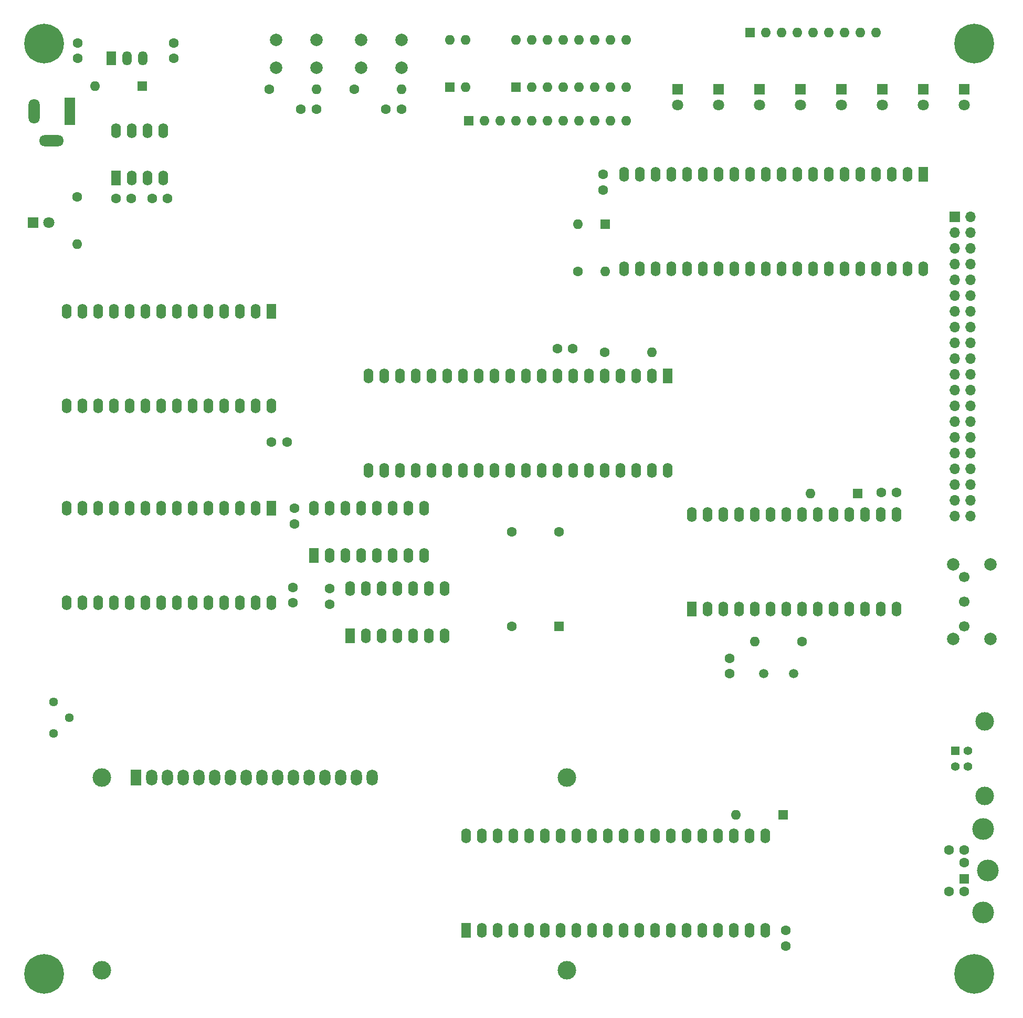
<source format=gbr>
G04 #@! TF.GenerationSoftware,KiCad,Pcbnew,(5.1.4)-1*
G04 #@! TF.CreationDate,2019-10-18T22:13:44+02:00*
G04 #@! TF.ProjectId,Retro PC,52657472-6f20-4504-932e-6b696361645f,1.0*
G04 #@! TF.SameCoordinates,Original*
G04 #@! TF.FileFunction,Soldermask,Bot*
G04 #@! TF.FilePolarity,Negative*
%FSLAX46Y46*%
G04 Gerber Fmt 4.6, Leading zero omitted, Abs format (unit mm)*
G04 Created by KiCad (PCBNEW (5.1.4)-1) date 2019-10-18 22:13:44*
%MOMM*%
%LPD*%
G04 APERTURE LIST*
%ADD10C,2.000000*%
%ADD11C,1.700000*%
%ADD12C,3.000000*%
%ADD13O,1.800000X2.600000*%
%ADD14R,1.800000X2.600000*%
%ADD15C,1.440000*%
%ADD16C,3.500000*%
%ADD17C,1.600000*%
%ADD18R,1.600000X1.600000*%
%ADD19C,1.400000*%
%ADD20R,1.400000X1.400000*%
%ADD21R,1.800000X4.400000*%
%ADD22O,1.800000X4.000000*%
%ADD23O,4.000000X1.800000*%
%ADD24O,1.600000X2.400000*%
%ADD25R,1.600000X2.400000*%
%ADD26C,0.800000*%
%ADD27C,6.400000*%
%ADD28O,1.700000X1.700000*%
%ADD29R,1.700000X1.700000*%
%ADD30O,1.600000X1.600000*%
%ADD31C,1.800000*%
%ADD32R,1.800000X1.800000*%
%ADD33C,1.500000*%
%ADD34O,1.500000X2.300000*%
%ADD35R,1.500000X2.300000*%
G04 APERTURE END LIST*
D10*
X289715000Y-152292000D03*
X289715000Y-140292000D03*
X295715000Y-140292000D03*
X295715000Y-152292000D03*
D11*
X291465000Y-150292000D03*
X291465000Y-146292000D03*
X291465000Y-142292000D03*
D12*
X227361000Y-174676000D03*
X227360480Y-205676700D03*
X152361900Y-205676700D03*
X152361900Y-174676000D03*
D13*
X195961000Y-174676000D03*
X193421000Y-174676000D03*
X190881000Y-174676000D03*
X188341000Y-174676000D03*
X185801000Y-174676000D03*
X183261000Y-174676000D03*
X180721000Y-174676000D03*
X178181000Y-174676000D03*
X175641000Y-174676000D03*
X173101000Y-174676000D03*
X170561000Y-174676000D03*
X168021000Y-174676000D03*
X165481000Y-174676000D03*
X162941000Y-174676000D03*
X160401000Y-174676000D03*
D14*
X157861000Y-174676000D03*
D15*
X144526000Y-162484000D03*
X147066000Y-165024000D03*
X144526000Y-167564000D03*
D16*
X295275000Y-189662000D03*
D17*
X288975000Y-186312000D03*
X288975000Y-193012000D03*
X291465000Y-186312000D03*
X291465000Y-193012000D03*
X291465000Y-188362000D03*
D18*
X291465000Y-190962000D03*
D16*
X294465000Y-182902000D03*
X294465000Y-196422000D03*
D19*
X290042600Y-172832600D03*
D12*
X294752600Y-177602600D03*
D20*
X290042600Y-170332600D03*
D19*
X292042600Y-172832600D03*
X292042600Y-170332600D03*
D12*
X294752600Y-165562600D03*
D21*
X147218400Y-67157800D03*
D22*
X141418400Y-67157800D03*
D23*
X144218400Y-71957800D03*
D24*
X179705000Y-114732000D03*
X146685000Y-99492000D03*
X177165000Y-114732000D03*
X149225000Y-99492000D03*
X174625000Y-114732000D03*
X151765000Y-99492000D03*
X172085000Y-114732000D03*
X154305000Y-99492000D03*
X169545000Y-114732000D03*
X156845000Y-99492000D03*
X167005000Y-114732000D03*
X159385000Y-99492000D03*
X164465000Y-114732000D03*
X161925000Y-99492000D03*
X161925000Y-114732000D03*
X164465000Y-99492000D03*
X159385000Y-114732000D03*
X167005000Y-99492000D03*
X156845000Y-114732000D03*
X169545000Y-99492000D03*
X154305000Y-114732000D03*
X172085000Y-99492000D03*
X151765000Y-114732000D03*
X174625000Y-99492000D03*
X149225000Y-114732000D03*
X177165000Y-99492000D03*
X146685000Y-114732000D03*
D25*
X179705000Y-99492000D03*
D24*
X179705000Y-146482000D03*
X146685000Y-131242000D03*
X177165000Y-146482000D03*
X149225000Y-131242000D03*
X174625000Y-146482000D03*
X151765000Y-131242000D03*
X172085000Y-146482000D03*
X154305000Y-131242000D03*
X169545000Y-146482000D03*
X156845000Y-131242000D03*
X167005000Y-146482000D03*
X159385000Y-131242000D03*
X164465000Y-146482000D03*
X161925000Y-131242000D03*
X161925000Y-146482000D03*
X164465000Y-131242000D03*
X159385000Y-146482000D03*
X167005000Y-131242000D03*
X156845000Y-146482000D03*
X169545000Y-131242000D03*
X154305000Y-146482000D03*
X172085000Y-131242000D03*
X151765000Y-146482000D03*
X174625000Y-131242000D03*
X149225000Y-146482000D03*
X177165000Y-131242000D03*
X146685000Y-146482000D03*
D25*
X179705000Y-131242000D03*
D24*
X186563000Y-131242000D03*
X204343000Y-138862000D03*
X189103000Y-131242000D03*
X201803000Y-138862000D03*
X191643000Y-131242000D03*
X199263000Y-138862000D03*
X194183000Y-131242000D03*
X196723000Y-138862000D03*
X196723000Y-131242000D03*
X194183000Y-138862000D03*
X199263000Y-131242000D03*
X191643000Y-138862000D03*
X201803000Y-131242000D03*
X189103000Y-138862000D03*
X204343000Y-131242000D03*
D25*
X186563000Y-138862000D03*
D26*
X294746056Y-54610944D03*
X293049000Y-53908000D03*
X291351944Y-54610944D03*
X290649000Y-56308000D03*
X291351944Y-58005056D03*
X293049000Y-58708000D03*
X294746056Y-58005056D03*
X295449000Y-56308000D03*
D27*
X293049000Y-56308000D03*
D28*
X292481000Y-132512000D03*
X289941000Y-132512000D03*
X292481000Y-129972000D03*
X289941000Y-129972000D03*
X292481000Y-127432000D03*
X289941000Y-127432000D03*
X292481000Y-124892000D03*
X289941000Y-124892000D03*
X292481000Y-122352000D03*
X289941000Y-122352000D03*
X292481000Y-119812000D03*
X289941000Y-119812000D03*
X292481000Y-117272000D03*
X289941000Y-117272000D03*
X292481000Y-114732000D03*
X289941000Y-114732000D03*
X292481000Y-112192000D03*
X289941000Y-112192000D03*
X292481000Y-109652000D03*
X289941000Y-109652000D03*
X292481000Y-107112000D03*
X289941000Y-107112000D03*
X292481000Y-104572000D03*
X289941000Y-104572000D03*
X292481000Y-102032000D03*
X289941000Y-102032000D03*
X292481000Y-99492000D03*
X289941000Y-99492000D03*
X292481000Y-96952000D03*
X289941000Y-96952000D03*
X292481000Y-94412000D03*
X289941000Y-94412000D03*
X292481000Y-91872000D03*
X289941000Y-91872000D03*
X292481000Y-89332000D03*
X289941000Y-89332000D03*
X292481000Y-86792000D03*
X289941000Y-86792000D03*
X292481000Y-84252000D03*
D29*
X289941000Y-84252000D03*
D24*
X243580000Y-125082500D03*
X195320000Y-109842500D03*
X241040000Y-125082500D03*
X197860000Y-109842500D03*
X238500000Y-125082500D03*
X200400000Y-109842500D03*
X235960000Y-125082500D03*
X202940000Y-109842500D03*
X233420000Y-125082500D03*
X205480000Y-109842500D03*
X230880000Y-125082500D03*
X208020000Y-109842500D03*
X228340000Y-125082500D03*
X210560000Y-109842500D03*
X225800000Y-125082500D03*
X213100000Y-109842500D03*
X223260000Y-125082500D03*
X215640000Y-109842500D03*
X220720000Y-125082500D03*
X218180000Y-109842500D03*
X218180000Y-125082500D03*
X220720000Y-109842500D03*
X215640000Y-125082500D03*
X223260000Y-109842500D03*
X213100000Y-125082500D03*
X225800000Y-109842500D03*
X210560000Y-125082500D03*
X228340000Y-109842500D03*
X208020000Y-125082500D03*
X230880000Y-109842500D03*
X205480000Y-125082500D03*
X233420000Y-109842500D03*
X202940000Y-125082500D03*
X235960000Y-109842500D03*
X200400000Y-125082500D03*
X238500000Y-109842500D03*
X197860000Y-125082500D03*
X241040000Y-109842500D03*
X195320000Y-125082500D03*
D25*
X243580000Y-109842500D03*
D24*
X211074000Y-184074000D03*
X259334000Y-199314000D03*
X213614000Y-184074000D03*
X256794000Y-199314000D03*
X216154000Y-184074000D03*
X254254000Y-199314000D03*
X218694000Y-184074000D03*
X251714000Y-199314000D03*
X221234000Y-184074000D03*
X249174000Y-199314000D03*
X223774000Y-184074000D03*
X246634000Y-199314000D03*
X226314000Y-184074000D03*
X244094000Y-199314000D03*
X228854000Y-184074000D03*
X241554000Y-199314000D03*
X231394000Y-184074000D03*
X239014000Y-199314000D03*
X233934000Y-184074000D03*
X236474000Y-199314000D03*
X236474000Y-184074000D03*
X233934000Y-199314000D03*
X239014000Y-184074000D03*
X231394000Y-199314000D03*
X241554000Y-184074000D03*
X228854000Y-199314000D03*
X244094000Y-184074000D03*
X226314000Y-199314000D03*
X246634000Y-184074000D03*
X223774000Y-199314000D03*
X249174000Y-184074000D03*
X221234000Y-199314000D03*
X251714000Y-184074000D03*
X218694000Y-199314000D03*
X254254000Y-184074000D03*
X216154000Y-199314000D03*
X256794000Y-184074000D03*
X213614000Y-199314000D03*
X259334000Y-184074000D03*
D25*
X211074000Y-199314000D03*
D17*
X262636000Y-201814000D03*
X262636000Y-199314000D03*
X198172700Y-66853000D03*
X200672700Y-66853000D03*
X157109600Y-81267500D03*
X154609600Y-81267500D03*
X162951600Y-81267500D03*
X160451600Y-81267500D03*
X184444000Y-66853000D03*
X186944000Y-66853000D03*
X163957000Y-56174000D03*
X163957000Y-58674000D03*
X253619000Y-155412000D03*
X253619000Y-157912000D03*
X233222800Y-79894000D03*
X233222800Y-77394000D03*
X278043000Y-128702000D03*
X280543000Y-128702000D03*
X183159400Y-143982000D03*
X183159400Y-146482000D03*
X182205000Y-120574000D03*
X179705000Y-120574000D03*
X183413400Y-133742000D03*
X183413400Y-131242000D03*
X228306000Y-105461000D03*
X225806000Y-105461000D03*
X189103000Y-146696000D03*
X189103000Y-144196000D03*
D26*
X294746056Y-204610944D03*
X293049000Y-203908000D03*
X291351944Y-204610944D03*
X290649000Y-206308000D03*
X291351944Y-208005056D03*
X293049000Y-208708000D03*
X294746056Y-208005056D03*
X295449000Y-206308000D03*
D27*
X293049000Y-206308000D03*
D26*
X144746056Y-54610944D03*
X143049000Y-53908000D03*
X141351944Y-54610944D03*
X140649000Y-56308000D03*
X141351944Y-58005056D03*
X143049000Y-58708000D03*
X144746056Y-58005056D03*
X145449000Y-56308000D03*
D27*
X143049000Y-56308000D03*
D26*
X144746056Y-204610944D03*
X143049000Y-203908000D03*
X141351944Y-204610944D03*
X140649000Y-206308000D03*
X141351944Y-208005056D03*
X143049000Y-208708000D03*
X144746056Y-208005056D03*
X145449000Y-206308000D03*
D27*
X143049000Y-206308000D03*
D10*
X200660000Y-55684000D03*
X200660000Y-60184000D03*
X194160000Y-55684000D03*
X194160000Y-60184000D03*
D30*
X200660000Y-63678000D03*
D17*
X193040000Y-63678000D03*
D30*
X148361400Y-88620800D03*
D17*
X148361400Y-81000800D03*
D31*
X143789400Y-85166400D03*
D32*
X141249400Y-85166400D03*
D24*
X192405000Y-144196000D03*
X207645000Y-151816000D03*
X194945000Y-144196000D03*
X205105000Y-151816000D03*
X197485000Y-144196000D03*
X202565000Y-151816000D03*
X200025000Y-144196000D03*
X200025000Y-151816000D03*
X202565000Y-144196000D03*
X197485000Y-151816000D03*
X205105000Y-144196000D03*
X194945000Y-151816000D03*
X207645000Y-144196000D03*
D25*
X192405000Y-151816000D03*
D24*
X284861000Y-92634000D03*
X236601000Y-77394000D03*
X282321000Y-92634000D03*
X239141000Y-77394000D03*
X279781000Y-92634000D03*
X241681000Y-77394000D03*
X277241000Y-92634000D03*
X244221000Y-77394000D03*
X274701000Y-92634000D03*
X246761000Y-77394000D03*
X272161000Y-92634000D03*
X249301000Y-77394000D03*
X269621000Y-92634000D03*
X251841000Y-77394000D03*
X267081000Y-92634000D03*
X254381000Y-77394000D03*
X264541000Y-92634000D03*
X256921000Y-77394000D03*
X262001000Y-92634000D03*
X259461000Y-77394000D03*
X259461000Y-92634000D03*
X262001000Y-77394000D03*
X256921000Y-92634000D03*
X264541000Y-77394000D03*
X254381000Y-92634000D03*
X267081000Y-77394000D03*
X251841000Y-92634000D03*
X269621000Y-77394000D03*
X249301000Y-92634000D03*
X272161000Y-77394000D03*
X246761000Y-92634000D03*
X274701000Y-77394000D03*
X244221000Y-92634000D03*
X277241000Y-77394000D03*
X241681000Y-92634000D03*
X279781000Y-77394000D03*
X239141000Y-92634000D03*
X282321000Y-77394000D03*
X236601000Y-92634000D03*
D25*
X284861000Y-77394000D03*
D24*
X247523000Y-132258000D03*
X280543000Y-147498000D03*
X250063000Y-132258000D03*
X278003000Y-147498000D03*
X252603000Y-132258000D03*
X275463000Y-147498000D03*
X255143000Y-132258000D03*
X272923000Y-147498000D03*
X257683000Y-132258000D03*
X270383000Y-147498000D03*
X260223000Y-132258000D03*
X267843000Y-147498000D03*
X262763000Y-132258000D03*
X265303000Y-147498000D03*
X265303000Y-132258000D03*
X262763000Y-147498000D03*
X267843000Y-132258000D03*
X260223000Y-147498000D03*
X270383000Y-132258000D03*
X257683000Y-147498000D03*
X272923000Y-132258000D03*
X255143000Y-147498000D03*
X275463000Y-132258000D03*
X252603000Y-147498000D03*
X278003000Y-132258000D03*
X250063000Y-147498000D03*
X280543000Y-132258000D03*
D25*
X247523000Y-147498000D03*
D30*
X257683000Y-152672220D03*
D17*
X265303000Y-152672220D03*
D33*
X263960000Y-157912000D03*
X259080000Y-157912000D03*
D30*
X236928000Y-68758000D03*
X234388000Y-68758000D03*
X231848000Y-68758000D03*
X229308000Y-68758000D03*
X226768000Y-68758000D03*
X224228000Y-68758000D03*
X221688000Y-68758000D03*
X219148000Y-68758000D03*
X216608000Y-68758000D03*
X214068000Y-68758000D03*
D18*
X211528000Y-68758000D03*
D31*
X258445000Y-66218000D03*
D32*
X258445000Y-63678000D03*
D31*
X245237000Y-66218000D03*
D32*
X245237000Y-63678000D03*
D31*
X284861000Y-66218000D03*
D32*
X284861000Y-63678000D03*
D31*
X278257000Y-66218000D03*
D32*
X278257000Y-63678000D03*
D31*
X271653000Y-66218000D03*
D32*
X271653000Y-63678000D03*
D31*
X251841000Y-66218000D03*
D32*
X251841000Y-63678000D03*
D31*
X265049000Y-66218000D03*
D32*
X265049000Y-63678000D03*
D31*
X291465000Y-66218000D03*
D32*
X291465000Y-63678000D03*
D30*
X219151000Y-55664000D03*
X236931000Y-63284000D03*
X221691000Y-55664000D03*
X234391000Y-63284000D03*
X224231000Y-55664000D03*
X231851000Y-63284000D03*
X226771000Y-55664000D03*
X229311000Y-63284000D03*
X229311000Y-55664000D03*
X226771000Y-63284000D03*
X231851000Y-55664000D03*
X224231000Y-63284000D03*
X234391000Y-55664000D03*
X221691000Y-63284000D03*
X236931000Y-55664000D03*
D18*
X219151000Y-63284000D03*
D17*
X226060000Y-135052000D03*
X218440000Y-135052000D03*
X218440000Y-150292000D03*
D18*
X226060000Y-150292000D03*
D10*
X186944000Y-55684000D03*
X186944000Y-60184000D03*
X180444000Y-55684000D03*
X180444000Y-60184000D03*
D30*
X151257000Y-63119000D03*
D18*
X158877000Y-63119000D03*
D34*
X158940500Y-58648600D03*
X156400500Y-58648600D03*
D35*
X153860500Y-58648600D03*
D30*
X208483000Y-55664000D03*
X211023000Y-63284000D03*
X211023000Y-55664000D03*
D18*
X208483000Y-63284000D03*
D30*
X277241000Y-54534000D03*
X274701000Y-54534000D03*
X272161000Y-54534000D03*
X269621000Y-54534000D03*
X267081000Y-54534000D03*
X264541000Y-54534000D03*
X262001000Y-54534000D03*
X259461000Y-54534000D03*
D18*
X256921000Y-54534000D03*
D30*
X229108000Y-85395000D03*
D17*
X229108000Y-93015000D03*
D30*
X186944000Y-63678000D03*
D17*
X179324000Y-63678000D03*
D30*
X241046000Y-106096000D03*
D17*
X233426000Y-106096000D03*
D24*
X154609600Y-70345500D03*
X162229600Y-77965500D03*
X157149600Y-70345500D03*
X159689600Y-77965500D03*
X159689600Y-70345500D03*
X157149600Y-77965500D03*
X162229600Y-70345500D03*
D25*
X154609600Y-77965500D03*
D30*
X266636500Y-128829000D03*
D18*
X274256500Y-128829000D03*
D30*
X233553000Y-93015000D03*
D18*
X233553000Y-85395000D03*
D17*
X148463000Y-56174000D03*
X148463000Y-58674000D03*
D30*
X254635000Y-180645000D03*
D18*
X262255000Y-180645000D03*
M02*

</source>
